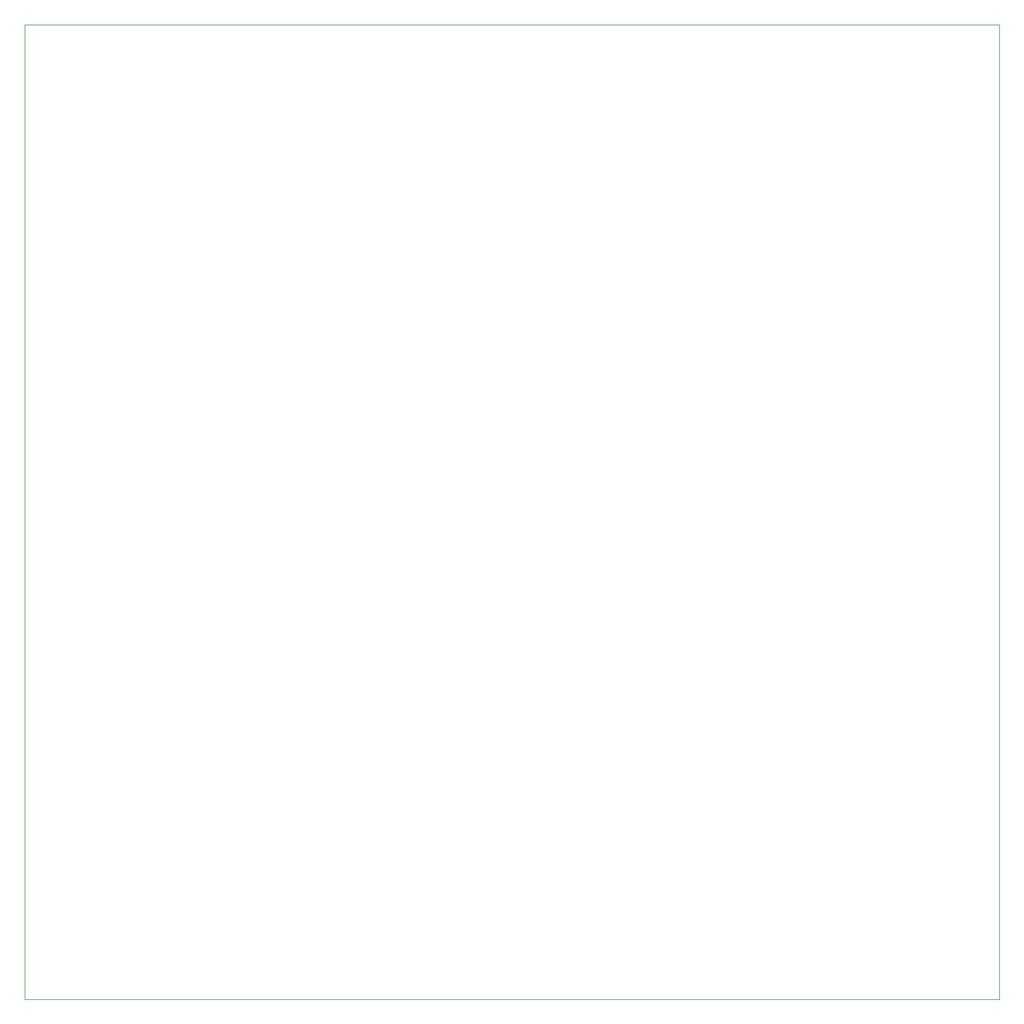
<source format=gm1>
%TF.GenerationSoftware,KiCad,Pcbnew,(6.0.5)*%
%TF.CreationDate,2022-06-12T15:20:55+02:00*%
%TF.ProjectId,3d cube,33642063-7562-4652-9e6b-696361645f70,rev?*%
%TF.SameCoordinates,PX849f6a8PYc7b8a98*%
%TF.FileFunction,Profile,NP*%
%FSLAX46Y46*%
G04 Gerber Fmt 4.6, Leading zero omitted, Abs format (unit mm)*
G04 Created by KiCad (PCBNEW (6.0.5)) date 2022-06-12 15:20:55*
%MOMM*%
%LPD*%
G01*
G04 APERTURE LIST*
%TA.AperFunction,Profile*%
%ADD10C,0.100000*%
%TD*%
G04 APERTURE END LIST*
D10*
X0Y137160000D02*
X137160000Y137160000D01*
X137160000Y137160000D02*
X137160000Y0D01*
X0Y0D02*
X0Y137160000D01*
X137160000Y0D02*
X0Y0D01*
M02*

</source>
